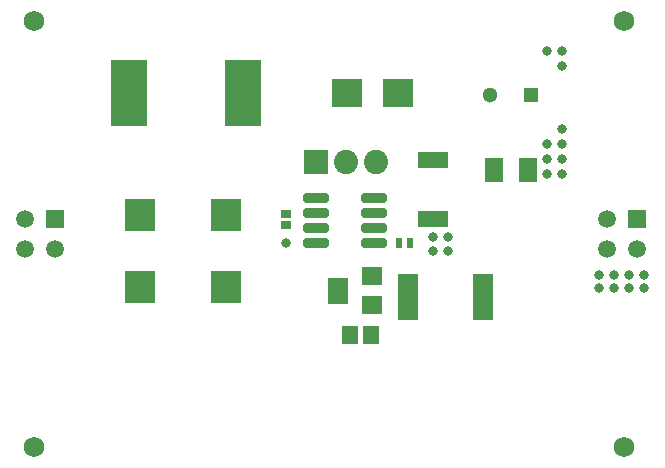
<source format=gbr>
%TF.GenerationSoftware,Altium Limited,Altium Designer,22.11.1 (43)*%
G04 Layer_Color=8388736*
%FSLAX45Y45*%
%MOMM*%
%TF.SameCoordinates,43E0CF4A-0526-4127-82AF-783748DA5692*%
%TF.FilePolarity,Negative*%
%TF.FileFunction,Soldermask,Top*%
%TF.Part,Single*%
G01*
G75*
%TA.AperFunction,SMDPad,CuDef*%
%ADD19R,2.50000X1.40000*%
%TA.AperFunction,ComponentPad*%
%ADD26C,1.52000*%
%ADD27R,1.52000X1.52000*%
%ADD28R,1.30000X1.30000*%
%ADD29C,1.30000*%
%ADD31C,2.05000*%
%ADD32R,2.05000X2.05000*%
%TA.AperFunction,SMDPad,CuDef*%
%ADD41R,1.80320X3.85320*%
%ADD42R,0.84320X0.71120*%
%ADD43R,1.35320X1.55320*%
%ADD44R,0.58420X0.84320*%
%ADD45R,0.58420X0.83820*%
%ADD46R,1.50320X2.00320*%
G04:AMPARAMS|DCode=47|XSize=2.1732mm|YSize=0.7932mm|CornerRadius=0.17535mm|HoleSize=0mm|Usage=FLASHONLY|Rotation=0.000|XOffset=0mm|YOffset=0mm|HoleType=Round|Shape=RoundedRectangle|*
%AMROUNDEDRECTD47*
21,1,2.17320,0.44250,0,0,0.0*
21,1,1.82250,0.79320,0,0,0.0*
1,1,0.35070,0.91125,-0.22125*
1,1,0.35070,-0.91125,-0.22125*
1,1,0.35070,-0.91125,0.22125*
1,1,0.35070,0.91125,0.22125*
%
%ADD47ROUNDEDRECTD47*%
%ADD48R,1.80320X2.20320*%
%ADD49R,1.80320X1.50320*%
%ADD50R,2.65320X2.75320*%
%ADD51R,3.10320X5.60320*%
%ADD52R,2.65320X2.35320*%
%TA.AperFunction,WasherPad*%
%ADD53C,1.72720*%
%TA.AperFunction,ViaPad*%
%ADD54C,0.83820*%
D19*
X9880600Y9927400D02*
D03*
Y9427400D02*
D03*
D26*
X11353800Y9423400D02*
D03*
Y9169400D02*
D03*
X11607800D02*
D03*
X6680200D02*
D03*
X6426200D02*
D03*
Y9423400D02*
D03*
D27*
X11607800D02*
D03*
X6680200D02*
D03*
D28*
X10716000Y10477500D02*
D03*
D29*
X10366000D02*
D03*
D31*
X9398000Y9913700D02*
D03*
X9144000D02*
D03*
D32*
X8890000D02*
D03*
D41*
X9673125Y8763000D02*
D03*
X10308125D02*
D03*
D42*
X8636000Y9379400D02*
D03*
Y9467400D02*
D03*
D43*
X9358500Y8445500D02*
D03*
X9183500D02*
D03*
D44*
X9685525Y9220200D02*
D03*
D45*
X9597525D02*
D03*
D46*
X10686000Y9842500D02*
D03*
X10396000D02*
D03*
D47*
X8887600Y9601200D02*
D03*
Y9474200D02*
D03*
Y9347200D02*
D03*
Y9220200D02*
D03*
X9382600D02*
D03*
Y9347200D02*
D03*
Y9474200D02*
D03*
Y9601200D02*
D03*
D48*
X9075200Y8820926D02*
D03*
D49*
X9365200Y8945926D02*
D03*
Y8695926D02*
D03*
D50*
X8128000Y8854200D02*
D03*
Y9459200D02*
D03*
X7401700Y8854200D02*
D03*
Y9459200D02*
D03*
D51*
X7307574Y10490200D02*
D03*
X8277574D02*
D03*
D52*
X9157600D02*
D03*
X9587600D02*
D03*
D53*
X6500000Y11100000D02*
D03*
Y7500000D02*
D03*
X11500000Y11100000D02*
D03*
Y7500000D02*
D03*
D54*
X9880600Y9156700D02*
D03*
X10007600D02*
D03*
X9880600Y9271000D02*
D03*
X10007600D02*
D03*
X10972800Y10185400D02*
D03*
X11417300Y8839200D02*
D03*
X11544300D02*
D03*
X11671300D02*
D03*
Y8953500D02*
D03*
X11544300D02*
D03*
X11417300D02*
D03*
X11290300Y8839200D02*
D03*
Y8953500D02*
D03*
X8636000Y9220200D02*
D03*
X10845800Y10845800D02*
D03*
X10972800Y10718800D02*
D03*
Y10845800D02*
D03*
X10845800Y10058400D02*
D03*
X10972800D02*
D03*
Y9931400D02*
D03*
X10845800D02*
D03*
Y9804400D02*
D03*
X10972800D02*
D03*
X9183500Y8445500D02*
D03*
%TF.MD5,dc87f7947cfff0bb788b7bbef77cbc0e*%
M02*

</source>
